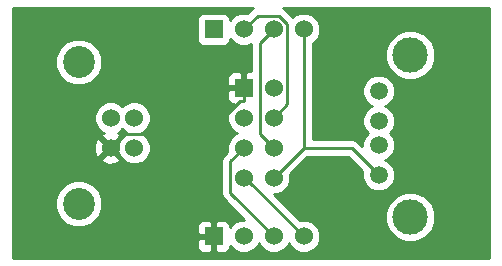
<source format=gbl>
G04 (created by PCBNEW (2013-05-16 BZR 4016)-stable) date 6/1/2013 11:24:41 AM*
%MOIN*%
G04 Gerber Fmt 3.4, Leading zero omitted, Abs format*
%FSLAX34Y34*%
G01*
G70*
G90*
G04 APERTURE LIST*
%ADD10C,0.00393701*%
%ADD11C,0.06*%
%ADD12C,0.1063*%
%ADD13C,0.0591*%
%ADD14C,0.1181*%
%ADD15R,0.06X0.06*%
%ADD16C,0.01*%
G04 APERTURE END LIST*
G54D10*
G54D11*
X53350Y-41000D03*
X53350Y-40000D03*
X52563Y-40000D03*
X52563Y-41000D03*
G54D12*
X51500Y-42862D03*
X51500Y-38138D03*
G54D13*
X61500Y-39100D03*
X61500Y-40100D03*
X61500Y-40900D03*
X61500Y-41900D03*
G54D14*
X62550Y-37900D03*
X62550Y-43300D03*
G54D15*
X57000Y-39000D03*
G54D11*
X58000Y-39000D03*
X57000Y-40000D03*
X58000Y-40000D03*
X57000Y-41000D03*
X58000Y-41000D03*
X57000Y-42000D03*
X58000Y-42000D03*
G54D15*
X56000Y-37050D03*
G54D11*
X57000Y-37050D03*
X58000Y-37050D03*
X59000Y-37050D03*
G54D15*
X56000Y-43950D03*
G54D11*
X57000Y-43950D03*
X58000Y-43950D03*
X59000Y-43950D03*
G54D16*
X56548Y-41451D02*
X57000Y-41000D01*
X56548Y-42498D02*
X56548Y-41451D01*
X58000Y-43950D02*
X56548Y-42498D01*
X58456Y-39543D02*
X58000Y-40000D01*
X58456Y-36867D02*
X58456Y-39543D01*
X58177Y-36587D02*
X58456Y-36867D01*
X57462Y-36587D02*
X58177Y-36587D01*
X57000Y-37050D02*
X57462Y-36587D01*
X57050Y-42000D02*
X57000Y-42000D01*
X59000Y-43950D02*
X57050Y-42000D01*
X57531Y-40531D02*
X58000Y-41000D01*
X57531Y-37518D02*
X57531Y-40531D01*
X58000Y-37050D02*
X57531Y-37518D01*
X60600Y-41000D02*
X61500Y-41900D01*
X59000Y-41000D02*
X60600Y-41000D01*
X59000Y-37050D02*
X59000Y-41000D01*
X59000Y-41000D02*
X58000Y-42000D01*
X57000Y-39000D02*
X57000Y-39450D01*
X53031Y-40531D02*
X52562Y-41000D01*
X56000Y-40531D02*
X53031Y-40531D01*
X56000Y-43950D02*
X56000Y-40531D01*
X56887Y-39450D02*
X57000Y-39450D01*
X56000Y-40337D02*
X56887Y-39450D01*
X56000Y-40531D02*
X56000Y-40337D01*
G54D10*
G36*
X65175Y-44675D02*
X63390Y-44675D01*
X63390Y-43133D01*
X63390Y-37733D01*
X63262Y-37424D01*
X63026Y-37187D01*
X62717Y-37059D01*
X62383Y-37059D01*
X62074Y-37187D01*
X61837Y-37423D01*
X61709Y-37732D01*
X61709Y-38066D01*
X61837Y-38375D01*
X62073Y-38612D01*
X62382Y-38740D01*
X62716Y-38740D01*
X63025Y-38612D01*
X63262Y-38376D01*
X63390Y-38067D01*
X63390Y-37733D01*
X63390Y-43133D01*
X63262Y-42824D01*
X63026Y-42587D01*
X62717Y-42459D01*
X62383Y-42459D01*
X62074Y-42587D01*
X61837Y-42823D01*
X61709Y-43132D01*
X61709Y-43466D01*
X61837Y-43775D01*
X62073Y-44012D01*
X62382Y-44140D01*
X62716Y-44140D01*
X63025Y-44012D01*
X63262Y-43776D01*
X63390Y-43467D01*
X63390Y-43133D01*
X63390Y-44675D01*
X55950Y-44675D01*
X55950Y-44437D01*
X55950Y-44000D01*
X55950Y-43900D01*
X55950Y-43462D01*
X55887Y-43400D01*
X55650Y-43399D01*
X55558Y-43437D01*
X55488Y-43508D01*
X55450Y-43600D01*
X55449Y-43699D01*
X55450Y-43837D01*
X55512Y-43900D01*
X55950Y-43900D01*
X55950Y-44000D01*
X55512Y-44000D01*
X55450Y-44062D01*
X55449Y-44200D01*
X55450Y-44299D01*
X55488Y-44391D01*
X55558Y-44462D01*
X55650Y-44500D01*
X55887Y-44500D01*
X55950Y-44437D01*
X55950Y-44675D01*
X53900Y-44675D01*
X53900Y-40891D01*
X53816Y-40688D01*
X53661Y-40534D01*
X53580Y-40500D01*
X53661Y-40466D01*
X53815Y-40311D01*
X53899Y-40109D01*
X53900Y-39891D01*
X53816Y-39688D01*
X53661Y-39534D01*
X53459Y-39450D01*
X53241Y-39449D01*
X53038Y-39533D01*
X52956Y-39615D01*
X52874Y-39534D01*
X52672Y-39450D01*
X52454Y-39449D01*
X52281Y-39521D01*
X52281Y-37983D01*
X52162Y-37695D01*
X51943Y-37475D01*
X51656Y-37356D01*
X51345Y-37356D01*
X51057Y-37475D01*
X50837Y-37694D01*
X50718Y-37981D01*
X50718Y-38292D01*
X50837Y-38580D01*
X51056Y-38800D01*
X51343Y-38919D01*
X51654Y-38919D01*
X51942Y-38800D01*
X52162Y-38581D01*
X52281Y-38294D01*
X52281Y-37983D01*
X52281Y-39521D01*
X52251Y-39533D01*
X52097Y-39688D01*
X52013Y-39890D01*
X52012Y-40108D01*
X52096Y-40311D01*
X52251Y-40465D01*
X52326Y-40497D01*
X52275Y-40518D01*
X52247Y-40614D01*
X52563Y-40929D01*
X52878Y-40614D01*
X52850Y-40518D01*
X52795Y-40499D01*
X52874Y-40466D01*
X52956Y-40384D01*
X53038Y-40465D01*
X53119Y-40499D01*
X53038Y-40533D01*
X52884Y-40688D01*
X52840Y-40793D01*
X52633Y-41000D01*
X52840Y-41206D01*
X52883Y-41311D01*
X53038Y-41465D01*
X53240Y-41549D01*
X53458Y-41550D01*
X53661Y-41466D01*
X53815Y-41311D01*
X53899Y-41109D01*
X53900Y-40891D01*
X53900Y-44675D01*
X52878Y-44675D01*
X52878Y-41385D01*
X52563Y-41070D01*
X52492Y-41141D01*
X52492Y-41000D01*
X52177Y-40684D01*
X52081Y-40712D01*
X52008Y-40918D01*
X52019Y-41136D01*
X52081Y-41287D01*
X52177Y-41315D01*
X52492Y-41000D01*
X52492Y-41141D01*
X52247Y-41385D01*
X52275Y-41481D01*
X52481Y-41554D01*
X52699Y-41543D01*
X52850Y-41481D01*
X52878Y-41385D01*
X52878Y-44675D01*
X52281Y-44675D01*
X52281Y-42707D01*
X52162Y-42419D01*
X51943Y-42199D01*
X51656Y-42080D01*
X51345Y-42080D01*
X51057Y-42199D01*
X50837Y-42418D01*
X50718Y-42705D01*
X50718Y-43016D01*
X50837Y-43304D01*
X51056Y-43524D01*
X51343Y-43643D01*
X51654Y-43643D01*
X51942Y-43524D01*
X52162Y-43305D01*
X52281Y-43018D01*
X52281Y-42707D01*
X52281Y-44675D01*
X49325Y-44675D01*
X49325Y-36325D01*
X57325Y-36325D01*
X57250Y-36375D01*
X57121Y-36504D01*
X57109Y-36500D01*
X56891Y-36499D01*
X56688Y-36583D01*
X56550Y-36722D01*
X56550Y-36700D01*
X56512Y-36608D01*
X56441Y-36538D01*
X56349Y-36500D01*
X56250Y-36499D01*
X55650Y-36499D01*
X55558Y-36537D01*
X55488Y-36608D01*
X55450Y-36700D01*
X55449Y-36799D01*
X55449Y-37399D01*
X55487Y-37491D01*
X55558Y-37561D01*
X55650Y-37599D01*
X55749Y-37600D01*
X56349Y-37600D01*
X56441Y-37562D01*
X56511Y-37491D01*
X56549Y-37399D01*
X56549Y-37377D01*
X56688Y-37515D01*
X56890Y-37599D01*
X57108Y-37600D01*
X57231Y-37549D01*
X57231Y-38449D01*
X57112Y-38450D01*
X57050Y-38512D01*
X57050Y-38950D01*
X57057Y-38950D01*
X57057Y-39050D01*
X57050Y-39050D01*
X57050Y-39057D01*
X56950Y-39057D01*
X56950Y-39050D01*
X56950Y-38950D01*
X56950Y-38512D01*
X56887Y-38450D01*
X56749Y-38449D01*
X56650Y-38450D01*
X56558Y-38488D01*
X56487Y-38558D01*
X56449Y-38650D01*
X56450Y-38887D01*
X56512Y-38950D01*
X56950Y-38950D01*
X56950Y-39050D01*
X56512Y-39050D01*
X56450Y-39112D01*
X56449Y-39349D01*
X56487Y-39441D01*
X56558Y-39511D01*
X56650Y-39549D01*
X56672Y-39549D01*
X56534Y-39688D01*
X56450Y-39890D01*
X56449Y-40108D01*
X56533Y-40311D01*
X56688Y-40465D01*
X56769Y-40499D01*
X56688Y-40533D01*
X56534Y-40688D01*
X56450Y-40890D01*
X56449Y-41108D01*
X56454Y-41120D01*
X56336Y-41238D01*
X56271Y-41336D01*
X56248Y-41451D01*
X56248Y-42498D01*
X56271Y-42613D01*
X56336Y-42711D01*
X57025Y-43400D01*
X56891Y-43399D01*
X56688Y-43483D01*
X56549Y-43622D01*
X56549Y-43600D01*
X56511Y-43508D01*
X56441Y-43437D01*
X56349Y-43399D01*
X56112Y-43400D01*
X56050Y-43462D01*
X56050Y-43900D01*
X56057Y-43900D01*
X56057Y-44000D01*
X56050Y-44000D01*
X56050Y-44437D01*
X56112Y-44500D01*
X56349Y-44500D01*
X56441Y-44462D01*
X56511Y-44391D01*
X56549Y-44299D01*
X56549Y-44277D01*
X56688Y-44415D01*
X56890Y-44499D01*
X57108Y-44500D01*
X57311Y-44416D01*
X57465Y-44261D01*
X57499Y-44180D01*
X57533Y-44261D01*
X57688Y-44415D01*
X57890Y-44499D01*
X58108Y-44500D01*
X58311Y-44416D01*
X58465Y-44261D01*
X58499Y-44180D01*
X58533Y-44261D01*
X58688Y-44415D01*
X58890Y-44499D01*
X59108Y-44500D01*
X59311Y-44416D01*
X59465Y-44261D01*
X59549Y-44059D01*
X59550Y-43841D01*
X59466Y-43638D01*
X59311Y-43484D01*
X59109Y-43400D01*
X58891Y-43399D01*
X58879Y-43404D01*
X58024Y-42550D01*
X58108Y-42550D01*
X58311Y-42466D01*
X58465Y-42311D01*
X58549Y-42109D01*
X58550Y-41891D01*
X58545Y-41879D01*
X59124Y-41300D01*
X60475Y-41300D01*
X60958Y-41782D01*
X60954Y-41791D01*
X60954Y-42008D01*
X61037Y-42208D01*
X61190Y-42362D01*
X61391Y-42445D01*
X61608Y-42445D01*
X61808Y-42362D01*
X61962Y-42209D01*
X62045Y-42008D01*
X62045Y-41791D01*
X61962Y-41591D01*
X61809Y-41437D01*
X61718Y-41400D01*
X61808Y-41362D01*
X61962Y-41209D01*
X62045Y-41008D01*
X62045Y-40791D01*
X61962Y-40591D01*
X61871Y-40499D01*
X61962Y-40409D01*
X62045Y-40208D01*
X62045Y-39991D01*
X61962Y-39791D01*
X61809Y-39637D01*
X61718Y-39600D01*
X61808Y-39562D01*
X61962Y-39409D01*
X62045Y-39208D01*
X62045Y-38991D01*
X61962Y-38791D01*
X61809Y-38637D01*
X61608Y-38554D01*
X61391Y-38554D01*
X61191Y-38637D01*
X61037Y-38790D01*
X60954Y-38991D01*
X60954Y-39208D01*
X61037Y-39408D01*
X61190Y-39562D01*
X61281Y-39599D01*
X61191Y-39637D01*
X61037Y-39790D01*
X60954Y-39991D01*
X60954Y-40208D01*
X61037Y-40408D01*
X61128Y-40500D01*
X61037Y-40590D01*
X60954Y-40791D01*
X60954Y-40930D01*
X60812Y-40787D01*
X60714Y-40722D01*
X60600Y-40700D01*
X59300Y-40700D01*
X59300Y-37521D01*
X59311Y-37516D01*
X59465Y-37361D01*
X59549Y-37159D01*
X59550Y-36941D01*
X59466Y-36738D01*
X59311Y-36584D01*
X59109Y-36500D01*
X58891Y-36499D01*
X58688Y-36583D01*
X58642Y-36629D01*
X58389Y-36375D01*
X58313Y-36325D01*
X65175Y-36325D01*
X65175Y-44675D01*
X65175Y-44675D01*
G37*
G54D16*
X65175Y-44675D02*
X63390Y-44675D01*
X63390Y-43133D01*
X63390Y-37733D01*
X63262Y-37424D01*
X63026Y-37187D01*
X62717Y-37059D01*
X62383Y-37059D01*
X62074Y-37187D01*
X61837Y-37423D01*
X61709Y-37732D01*
X61709Y-38066D01*
X61837Y-38375D01*
X62073Y-38612D01*
X62382Y-38740D01*
X62716Y-38740D01*
X63025Y-38612D01*
X63262Y-38376D01*
X63390Y-38067D01*
X63390Y-37733D01*
X63390Y-43133D01*
X63262Y-42824D01*
X63026Y-42587D01*
X62717Y-42459D01*
X62383Y-42459D01*
X62074Y-42587D01*
X61837Y-42823D01*
X61709Y-43132D01*
X61709Y-43466D01*
X61837Y-43775D01*
X62073Y-44012D01*
X62382Y-44140D01*
X62716Y-44140D01*
X63025Y-44012D01*
X63262Y-43776D01*
X63390Y-43467D01*
X63390Y-43133D01*
X63390Y-44675D01*
X55950Y-44675D01*
X55950Y-44437D01*
X55950Y-44000D01*
X55950Y-43900D01*
X55950Y-43462D01*
X55887Y-43400D01*
X55650Y-43399D01*
X55558Y-43437D01*
X55488Y-43508D01*
X55450Y-43600D01*
X55449Y-43699D01*
X55450Y-43837D01*
X55512Y-43900D01*
X55950Y-43900D01*
X55950Y-44000D01*
X55512Y-44000D01*
X55450Y-44062D01*
X55449Y-44200D01*
X55450Y-44299D01*
X55488Y-44391D01*
X55558Y-44462D01*
X55650Y-44500D01*
X55887Y-44500D01*
X55950Y-44437D01*
X55950Y-44675D01*
X53900Y-44675D01*
X53900Y-40891D01*
X53816Y-40688D01*
X53661Y-40534D01*
X53580Y-40500D01*
X53661Y-40466D01*
X53815Y-40311D01*
X53899Y-40109D01*
X53900Y-39891D01*
X53816Y-39688D01*
X53661Y-39534D01*
X53459Y-39450D01*
X53241Y-39449D01*
X53038Y-39533D01*
X52956Y-39615D01*
X52874Y-39534D01*
X52672Y-39450D01*
X52454Y-39449D01*
X52281Y-39521D01*
X52281Y-37983D01*
X52162Y-37695D01*
X51943Y-37475D01*
X51656Y-37356D01*
X51345Y-37356D01*
X51057Y-37475D01*
X50837Y-37694D01*
X50718Y-37981D01*
X50718Y-38292D01*
X50837Y-38580D01*
X51056Y-38800D01*
X51343Y-38919D01*
X51654Y-38919D01*
X51942Y-38800D01*
X52162Y-38581D01*
X52281Y-38294D01*
X52281Y-37983D01*
X52281Y-39521D01*
X52251Y-39533D01*
X52097Y-39688D01*
X52013Y-39890D01*
X52012Y-40108D01*
X52096Y-40311D01*
X52251Y-40465D01*
X52326Y-40497D01*
X52275Y-40518D01*
X52247Y-40614D01*
X52563Y-40929D01*
X52878Y-40614D01*
X52850Y-40518D01*
X52795Y-40499D01*
X52874Y-40466D01*
X52956Y-40384D01*
X53038Y-40465D01*
X53119Y-40499D01*
X53038Y-40533D01*
X52884Y-40688D01*
X52840Y-40793D01*
X52633Y-41000D01*
X52840Y-41206D01*
X52883Y-41311D01*
X53038Y-41465D01*
X53240Y-41549D01*
X53458Y-41550D01*
X53661Y-41466D01*
X53815Y-41311D01*
X53899Y-41109D01*
X53900Y-40891D01*
X53900Y-44675D01*
X52878Y-44675D01*
X52878Y-41385D01*
X52563Y-41070D01*
X52492Y-41141D01*
X52492Y-41000D01*
X52177Y-40684D01*
X52081Y-40712D01*
X52008Y-40918D01*
X52019Y-41136D01*
X52081Y-41287D01*
X52177Y-41315D01*
X52492Y-41000D01*
X52492Y-41141D01*
X52247Y-41385D01*
X52275Y-41481D01*
X52481Y-41554D01*
X52699Y-41543D01*
X52850Y-41481D01*
X52878Y-41385D01*
X52878Y-44675D01*
X52281Y-44675D01*
X52281Y-42707D01*
X52162Y-42419D01*
X51943Y-42199D01*
X51656Y-42080D01*
X51345Y-42080D01*
X51057Y-42199D01*
X50837Y-42418D01*
X50718Y-42705D01*
X50718Y-43016D01*
X50837Y-43304D01*
X51056Y-43524D01*
X51343Y-43643D01*
X51654Y-43643D01*
X51942Y-43524D01*
X52162Y-43305D01*
X52281Y-43018D01*
X52281Y-42707D01*
X52281Y-44675D01*
X49325Y-44675D01*
X49325Y-36325D01*
X57325Y-36325D01*
X57250Y-36375D01*
X57121Y-36504D01*
X57109Y-36500D01*
X56891Y-36499D01*
X56688Y-36583D01*
X56550Y-36722D01*
X56550Y-36700D01*
X56512Y-36608D01*
X56441Y-36538D01*
X56349Y-36500D01*
X56250Y-36499D01*
X55650Y-36499D01*
X55558Y-36537D01*
X55488Y-36608D01*
X55450Y-36700D01*
X55449Y-36799D01*
X55449Y-37399D01*
X55487Y-37491D01*
X55558Y-37561D01*
X55650Y-37599D01*
X55749Y-37600D01*
X56349Y-37600D01*
X56441Y-37562D01*
X56511Y-37491D01*
X56549Y-37399D01*
X56549Y-37377D01*
X56688Y-37515D01*
X56890Y-37599D01*
X57108Y-37600D01*
X57231Y-37549D01*
X57231Y-38449D01*
X57112Y-38450D01*
X57050Y-38512D01*
X57050Y-38950D01*
X57057Y-38950D01*
X57057Y-39050D01*
X57050Y-39050D01*
X57050Y-39057D01*
X56950Y-39057D01*
X56950Y-39050D01*
X56950Y-38950D01*
X56950Y-38512D01*
X56887Y-38450D01*
X56749Y-38449D01*
X56650Y-38450D01*
X56558Y-38488D01*
X56487Y-38558D01*
X56449Y-38650D01*
X56450Y-38887D01*
X56512Y-38950D01*
X56950Y-38950D01*
X56950Y-39050D01*
X56512Y-39050D01*
X56450Y-39112D01*
X56449Y-39349D01*
X56487Y-39441D01*
X56558Y-39511D01*
X56650Y-39549D01*
X56672Y-39549D01*
X56534Y-39688D01*
X56450Y-39890D01*
X56449Y-40108D01*
X56533Y-40311D01*
X56688Y-40465D01*
X56769Y-40499D01*
X56688Y-40533D01*
X56534Y-40688D01*
X56450Y-40890D01*
X56449Y-41108D01*
X56454Y-41120D01*
X56336Y-41238D01*
X56271Y-41336D01*
X56248Y-41451D01*
X56248Y-42498D01*
X56271Y-42613D01*
X56336Y-42711D01*
X57025Y-43400D01*
X56891Y-43399D01*
X56688Y-43483D01*
X56549Y-43622D01*
X56549Y-43600D01*
X56511Y-43508D01*
X56441Y-43437D01*
X56349Y-43399D01*
X56112Y-43400D01*
X56050Y-43462D01*
X56050Y-43900D01*
X56057Y-43900D01*
X56057Y-44000D01*
X56050Y-44000D01*
X56050Y-44437D01*
X56112Y-44500D01*
X56349Y-44500D01*
X56441Y-44462D01*
X56511Y-44391D01*
X56549Y-44299D01*
X56549Y-44277D01*
X56688Y-44415D01*
X56890Y-44499D01*
X57108Y-44500D01*
X57311Y-44416D01*
X57465Y-44261D01*
X57499Y-44180D01*
X57533Y-44261D01*
X57688Y-44415D01*
X57890Y-44499D01*
X58108Y-44500D01*
X58311Y-44416D01*
X58465Y-44261D01*
X58499Y-44180D01*
X58533Y-44261D01*
X58688Y-44415D01*
X58890Y-44499D01*
X59108Y-44500D01*
X59311Y-44416D01*
X59465Y-44261D01*
X59549Y-44059D01*
X59550Y-43841D01*
X59466Y-43638D01*
X59311Y-43484D01*
X59109Y-43400D01*
X58891Y-43399D01*
X58879Y-43404D01*
X58024Y-42550D01*
X58108Y-42550D01*
X58311Y-42466D01*
X58465Y-42311D01*
X58549Y-42109D01*
X58550Y-41891D01*
X58545Y-41879D01*
X59124Y-41300D01*
X60475Y-41300D01*
X60958Y-41782D01*
X60954Y-41791D01*
X60954Y-42008D01*
X61037Y-42208D01*
X61190Y-42362D01*
X61391Y-42445D01*
X61608Y-42445D01*
X61808Y-42362D01*
X61962Y-42209D01*
X62045Y-42008D01*
X62045Y-41791D01*
X61962Y-41591D01*
X61809Y-41437D01*
X61718Y-41400D01*
X61808Y-41362D01*
X61962Y-41209D01*
X62045Y-41008D01*
X62045Y-40791D01*
X61962Y-40591D01*
X61871Y-40499D01*
X61962Y-40409D01*
X62045Y-40208D01*
X62045Y-39991D01*
X61962Y-39791D01*
X61809Y-39637D01*
X61718Y-39600D01*
X61808Y-39562D01*
X61962Y-39409D01*
X62045Y-39208D01*
X62045Y-38991D01*
X61962Y-38791D01*
X61809Y-38637D01*
X61608Y-38554D01*
X61391Y-38554D01*
X61191Y-38637D01*
X61037Y-38790D01*
X60954Y-38991D01*
X60954Y-39208D01*
X61037Y-39408D01*
X61190Y-39562D01*
X61281Y-39599D01*
X61191Y-39637D01*
X61037Y-39790D01*
X60954Y-39991D01*
X60954Y-40208D01*
X61037Y-40408D01*
X61128Y-40500D01*
X61037Y-40590D01*
X60954Y-40791D01*
X60954Y-40930D01*
X60812Y-40787D01*
X60714Y-40722D01*
X60600Y-40700D01*
X59300Y-40700D01*
X59300Y-37521D01*
X59311Y-37516D01*
X59465Y-37361D01*
X59549Y-37159D01*
X59550Y-36941D01*
X59466Y-36738D01*
X59311Y-36584D01*
X59109Y-36500D01*
X58891Y-36499D01*
X58688Y-36583D01*
X58642Y-36629D01*
X58389Y-36375D01*
X58313Y-36325D01*
X65175Y-36325D01*
X65175Y-44675D01*
M02*

</source>
